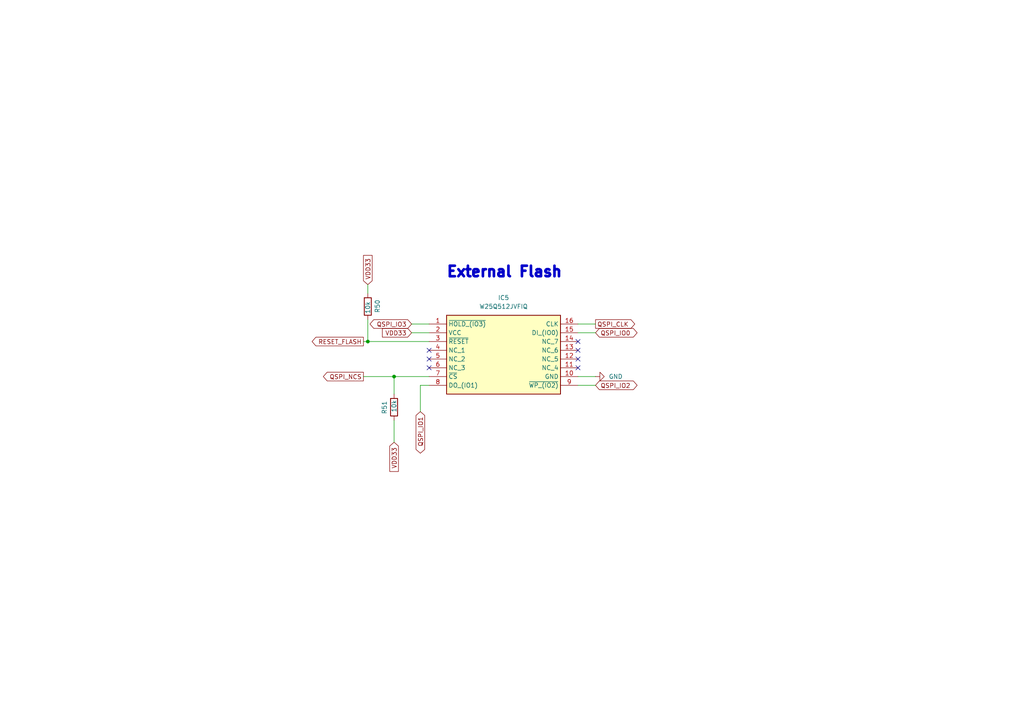
<source format=kicad_sch>
(kicad_sch (version 20231120) (generator "eeschema") (generator_version "8.0")
  (paper "A4")
  (lib_symbols
    (symbol "Device:R" (pin_numbers hide) (pin_names (offset 0))
      (property "Reference" "R" (at 2.032 0 90))
      (property "Value" "R" (at 0 0 90))
      (symbol "R_0_1"
        (rectangle (start -1.016 -2.54) (end 1.016 2.54) (stroke (width 0.254)))
      )
      (symbol "R_1_1"
        (pin passive line (at 0 3.81 270) (length 1.27) (name "~") (number "1"))
        (pin passive line (at 0 -3.81 90) (length 1.27) (name "~") (number "2"))
      )
    )
    (symbol "W25Q512JVFIQ:W25Q512JVFIQ"
      (property "Reference" "IC" (at 39.37 7.62 0))
      (property "Value" "W25Q512JVFIQ" (at 39.37 5.08 0))
      (symbol "W25Q512JVFIQ_1_1"
        (rectangle (start 5.08 2.54) (end 38.1 -20.32) (stroke (width 0.254)) (fill (type background)))
        (pin passive line (at 0 0 0) (length 5.08) (name "~{HOLD_(IO3)}") (number "1"))
        (pin passive line (at 43.18 -15.24 180) (length 5.08) (name "GND") (number "10"))
        (pin passive line (at 43.18 -12.7 180) (length 5.08) (name "NC_4") (number "11"))
        (pin passive line (at 43.18 -10.16 180) (length 5.08) (name "NC_5") (number "12"))
        (pin passive line (at 43.18 -7.62 180) (length 5.08) (name "NC_6") (number "13"))
        (pin passive line (at 43.18 -5.08 180) (length 5.08) (name "NC_7") (number "14"))
        (pin passive line (at 43.18 -2.54 180) (length 5.08) (name "DI_(IO0)") (number "15"))
        (pin passive line (at 43.18 0 180) (length 5.08) (name "CLK") (number "16"))
        (pin passive line (at 0 -2.54 0) (length 5.08) (name "VCC") (number "2"))
        (pin passive line (at 0 -5.08 0) (length 5.08) (name "~{RESET}") (number "3"))
        (pin passive line (at 0 -7.62 0) (length 5.08) (name "NC_1") (number "4"))
        (pin passive line (at 0 -10.16 0) (length 5.08) (name "NC_2") (number "5"))
        (pin passive line (at 0 -12.7 0) (length 5.08) (name "NC_3") (number "6"))
        (pin passive line (at 0 -15.24 0) (length 5.08) (name "~{CS}") (number "7"))
        (pin passive line (at 0 -17.78 0) (length 5.08) (name "DO_(IO1)") (number "8"))
        (pin passive line (at 43.18 -17.78 180) (length 5.08) (name "~{WP_(IO2)}") (number "9"))
      )
    )
    (symbol "power:GND" (power) (pin_numbers hide) (pin_names (offset 0) hide)
      (property "Value" "GND" (at 0 -3.81 0))
      (symbol "GND_0_1"
        (polyline (pts (xy 0 0) (xy 0 -1.27) (xy 1.27 -1.27) (xy 0 -2.54) (xy -1.27 -1.27) (xy 0 -1.27)))
      )
      (symbol "GND_1_1"
        (pin power_in line (at 0 0 270) (length 0) (name "~") (number "1"))
      )
    )
  )
  (junction (at 114.3 109.22))
  (junction (at 106.68 99.06))
  (no_connect (at 167.64 99.06))
  (no_connect (at 124.46 104.14))
  (no_connect (at 124.46 101.6))
  (no_connect (at 167.64 106.68))
  (no_connect (at 167.64 104.14))
  (no_connect (at 124.46 106.68))
  (no_connect (at 167.64 101.6))
  (wire (pts (xy 114.3 121.92) (xy 114.3 128.27)))
  (wire (pts (xy 114.3 109.22) (xy 124.46 109.22)))
  (wire (pts (xy 114.3 114.3) (xy 114.3 109.22)))
  (wire (pts (xy 106.68 82.55) (xy 106.68 85.09)))
  (wire (pts (xy 167.64 111.76) (xy 172.72 111.76)))
  (wire (pts (xy 106.68 99.06) (xy 124.46 99.06)))
  (wire (pts (xy 106.68 92.71) (xy 106.68 99.06)))
  (wire (pts (xy 121.92 119.38) (xy 121.92 111.76)))
  (wire (pts (xy 167.64 96.52) (xy 172.72 96.52)))
  (wire (pts (xy 119.38 93.98) (xy 124.46 93.98)))
  (wire (pts (xy 167.64 93.98) (xy 172.72 93.98)))
  (wire (pts (xy 167.64 109.22) (xy 172.72 109.22)))
  (wire (pts (xy 105.41 99.06) (xy 106.68 99.06)))
  (wire (pts (xy 121.92 111.76) (xy 124.46 111.76)))
  (wire (pts (xy 119.38 96.52) (xy 124.46 96.52)))
  (wire (pts (xy 105.41 109.22) (xy 114.3 109.22)))
  (text "External Flash" (at 146.304 78.994 0) (effects (font (size 3.048 3.048) (thickness 1.016) (bold yes))))
  (global_label "QSPI_IO0" (shape bidirectional) (at 172.72 96.52 0) (property "Intersheetrefs" "${INTERSHEET_REFS}" (effects (hide yes))))
  (global_label "RESET_FLASH" (shape output) (at 105.41 99.06 180) (property "Intersheetrefs" "${INTERSHEET_REFS}" (effects (hide yes))))
  (global_label "VDD33" (shape input) (at 119.38 96.52 180) (property "Intersheetrefs" "${INTERSHEET_REFS}" (effects (hide yes))))
  (global_label "VDD33" (shape input) (at 114.3 128.27 270) (property "Intersheetrefs" "${INTERSHEET_REFS}" (effects (hide yes))))
  (global_label "QSPI_NCS" (shape output) (at 105.41 109.22 180) (property "Intersheetrefs" "${INTERSHEET_REFS}" (effects (hide yes))))
  (global_label "QSPI_CLK" (shape output) (at 172.72 93.98 0) (property "Intersheetrefs" "${INTERSHEET_REFS}" (effects (hide yes))))
  (global_label "QSPI_IO2" (shape bidirectional) (at 172.72 111.76 0) (property "Intersheetrefs" "${INTERSHEET_REFS}" (effects (hide yes))))
  (global_label "QSPI_IO1" (shape bidirectional) (at 121.92 119.38 270) (property "Intersheetrefs" "${INTERSHEET_REFS}" (effects (hide yes))))
  (global_label "QSPI_IO3" (shape bidirectional) (at 119.38 93.98 180) (property "Intersheetrefs" "${INTERSHEET_REFS}" (effects (hide yes))))
  (global_label "VDD33" (shape input) (at 106.68 82.55 90) (property "Intersheetrefs" "${INTERSHEET_REFS}" (effects (hide yes))))
  (symbol (lib_id "W25Q512JVFIQ:W25Q512JVFIQ") (at 124.46 93.98 0) (unit 1) (on_board no)
    (property "Reference" "IC5" (at 146.05 86.36 0))
    (property "Value" "W25Q512JVFIQ" (at 146.05 88.9 0))
    (property "Footprint" "w25q512jvfiq:SOIC127P1032X264-16N" (effects (hide yes)))
    (property "Datasheet" "https://www.winbond.com/hq/search-resource-file.jsp?partNo=W25Q512JVFIQ&type=datasheet" (effects (hide yes)))
    (property "Description" "512Mb Serial NOR Flash 133MHz SOP16" (effects (hide yes)))
    (property "Height" "2.64" (effects (hide yes)))
    (property "Mouser Part Number" "454-W25Q512JVFIQ" (effects (hide yes)))
    (property "Mouser Price/Stock" "https://www.mouser.co.uk/ProductDetail/Winbond/W25Q512JVFIQ?qs=l7cgNqFNU1heFREGHhA6IQ%3D%3D" (effects (hide yes)))
    (property "Manufacturer_Name" "Winbond" (effects (hide yes)))
    (property "Manufacturer_Part_Number" "W25Q512JVFIQ" (effects (hide yes)))
  )
  (symbol (lib_id "Device:R") (at 106.68 88.9 180) (unit 1) (on_board no)
    (property "Reference" "R50" (at 109.474 86.868 90) (effects (justify left)))
    (property "Value" "10k" (at 106.68 87.376 90) (effects (justify left)))
    (property "Footprint" "Resistor_SMD:R_0402_1005Metric" (effects (hide yes)))
    (property "Description" "Resistor" (effects (hide yes)))
  )
  (symbol (lib_id "power:GND") (at 172.72 109.22 90) (unit 1) (on_board no)
    (property "Reference" "#PWR54" (effects (hide yes)))
    (property "Value" "GND" (at 176.53 109.2199 90) (effects (justify right)))
    (property "Description" "Power symbol creates a global label with name \"GND\" , ground" (effects (hide yes)))
  )
  (symbol (lib_id "Device:R") (at 114.3 118.11 0) (unit 1) (on_board no)
    (property "Reference" "R51" (at 111.506 120.142 90) (effects (justify left)))
    (property "Value" "10k" (at 114.3 119.634 90) (effects (justify left)))
    (property "Footprint" "Resistor_SMD:R_0402_1005Metric" (effects (hide yes)))
    (property "Description" "Resistor" (effects (hide yes)))
  )
)
</source>
